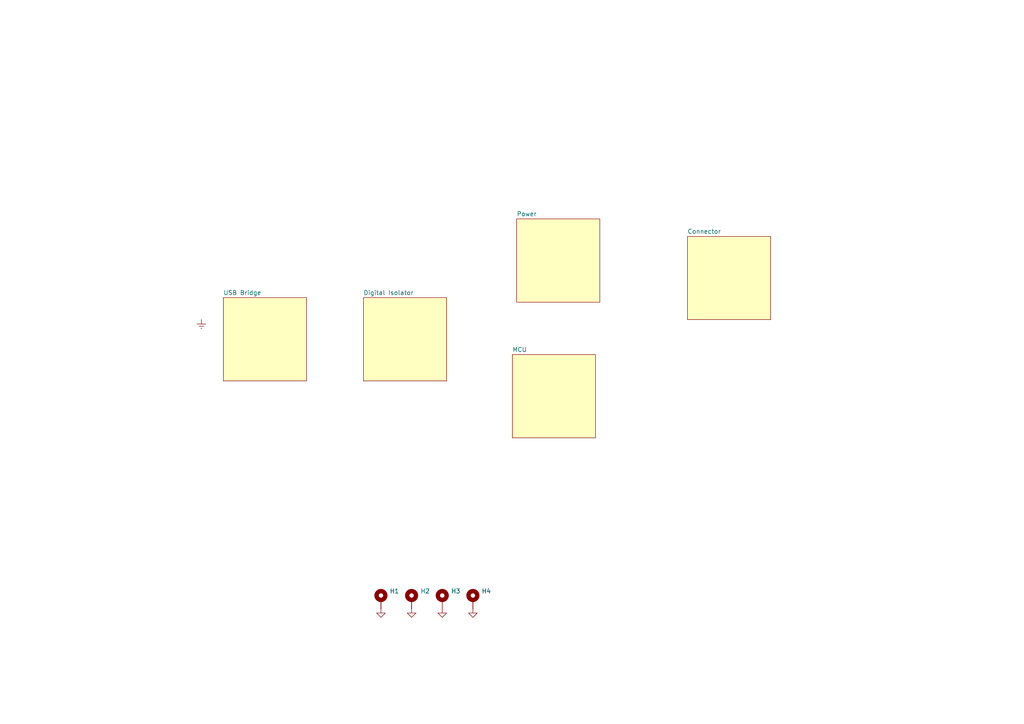
<source format=kicad_sch>
(kicad_sch (version 20231120) (generator "eeschema") (generator_version "8.0")
  (paper "A4")
  (lib_symbols
    (symbol "Mechanical:MountingHole_Pad" (pin_numbers hide) (pin_names (offset 1.016) hide) (exclude_from_sim yes) (in_bom no)
      (property "Reference" "H" (at 0 6.35 0))
      (property "Value" "MountingHole_Pad" (at 0 4.445 0))
      (symbol "MountingHole_Pad_0_1"
        (circle (center 0 1.27) (radius 1.27) (stroke (width 1.27)))
      )
      (symbol "MountingHole_Pad_1_1"
        (pin input line (at 0 -2.54 90) (length 2.54) (name "1") (number "1"))
      )
    )
    (symbol "power:GND" (power) (pin_numbers hide) (pin_names (offset 0) hide)
      (property "Value" "GND" (at 0 -3.81 0))
      (symbol "GND_0_1"
        (polyline (pts (xy 0 0) (xy 0 -1.27) (xy 1.27 -1.27) (xy 0 -2.54) (xy -1.27 -1.27) (xy 0 -1.27)))
      )
      (symbol "GND_1_1"
        (pin power_in line (at 0 0 270) (length 0) (name "~") (number "1"))
      )
    )
    (symbol "power:GNDREF" (power) (pin_numbers hide) (pin_names (offset 0) hide)
      (property "Value" "GNDREF" (at 0 -3.81 0))
      (symbol "GNDREF_0_1"
        (polyline (pts (xy -0.635 -1.905) (xy 0.635 -1.905)))
        (polyline (pts (xy -0.127 -2.54) (xy 0.127 -2.54)))
        (polyline (pts (xy 0 -1.27) (xy 0 0)))
        (polyline (pts (xy 1.27 -1.27) (xy -1.27 -1.27)))
      )
      (symbol "GNDREF_1_1"
        (pin power_in line (at 0 0 270) (length 0) (name "~") (number "1"))
      )
    )
  )
  (symbol (lib_id "power:GND") (at 119.38 176.53 0) (unit 1)
    (property "Reference" "#PWR04" (effects (hide yes)))
    (property "Value" "GND" (effects (hide yes)))
    (property "Description" "Power symbol creates a global label with name \"GND\" , ground" (effects (hide yes)))
  )
  (symbol (lib_id "Mechanical:MountingHole_Pad") (at 128.27 173.99 0) (unit 1) (exclude_from_sim yes) (in_bom no)
    (property "Reference" "H3" (at 130.81 171.4499 0) (effects (justify left)))
    (property "Value" "MountingHole_Pad" (effects (hide yes)))
    (property "Footprint" "MountingHole:MountingHole_3.2mm_M3_Pad_Via" (effects (hide yes)))
    (property "Description" "Mounting Hole with connection" (effects (hide yes)))
  )
  (symbol (lib_id "Mechanical:MountingHole_Pad") (at 110.49 173.99 0) (unit 1) (exclude_from_sim yes) (in_bom no)
    (property "Reference" "H1" (at 113.03 171.4499 0) (effects (justify left)))
    (property "Value" "MountingHole_Pad" (effects (hide yes)))
    (property "Footprint" "MountingHole:MountingHole_3.2mm_M3_Pad_Via" (effects (hide yes)))
    (property "Description" "Mounting Hole with connection" (effects (hide yes)))
  )
  (symbol (lib_id "power:GND") (at 137.16 176.53 0) (unit 1)
    (property "Reference" "#PWR06" (effects (hide yes)))
    (property "Value" "GND" (effects (hide yes)))
    (property "Description" "Power symbol creates a global label with name \"GND\" , ground" (effects (hide yes)))
  )
  (symbol (lib_id "Mechanical:MountingHole_Pad") (at 119.38 173.99 0) (unit 1) (exclude_from_sim yes) (in_bom no)
    (property "Reference" "H2" (at 121.92 171.4499 0) (effects (justify left)))
    (property "Value" "MountingHole_Pad" (effects (hide yes)))
    (property "Footprint" "MountingHole:MountingHole_3.2mm_M3_Pad_Via" (effects (hide yes)))
    (property "Description" "Mounting Hole with connection" (effects (hide yes)))
  )
  (symbol (lib_id "Mechanical:MountingHole_Pad") (at 137.16 173.99 0) (unit 1) (exclude_from_sim yes) (in_bom no)
    (property "Reference" "H4" (at 139.7 171.4499 0) (effects (justify left)))
    (property "Value" "MountingHole_Pad" (effects (hide yes)))
    (property "Footprint" "MountingHole:MountingHole_3.2mm_M3_Pad_Via" (effects (hide yes)))
    (property "Description" "Mounting Hole with connection" (effects (hide yes)))
  )
  (symbol (lib_id "power:GND") (at 128.27 176.53 0) (unit 1)
    (property "Reference" "#PWR05" (effects (hide yes)))
    (property "Value" "GND" (effects (hide yes)))
    (property "Description" "Power symbol creates a global label with name \"GND\" , ground" (effects (hide yes)))
  )
  (symbol (lib_id "power:GNDREF") (at 58.42 92.71 0) (unit 1)
    (property "Reference" "#PWR01" (effects (hide yes)))
    (property "Value" "GNDREF" (effects (hide yes)))
    (property "Description" "Power symbol creates a global label with name \"GNDREF\" , reference supply ground" (effects (hide yes)))
  )
  (symbol (lib_id "power:GND") (at 110.49 176.53 0) (unit 1)
    (property "Reference" "#PWR03" (effects (hide yes)))
    (property "Value" "GND" (effects (hide yes)))
    (property "Description" "Power symbol creates a global label with name \"GND\" , ground" (effects (hide yes)))
  )
  (sheet (at 148.59 102.87) (size 24.13 24.13) (stroke (width 0.1524)) (fill (color 255 255 194 1.0000))
    (property "Sheetname" "MCU" (at 148.59 102.1584 0) (effects (justify left bottom)))
    (property "Sheetfile" "mcu.kicad_sch" (effects (hide yes)))
  )
  (sheet (at 64.77 86.36) (size 24.13 24.13) (stroke (width 0.1524)) (fill (color 255 255 194 1.0000))
    (property "Sheetname" "USB Bridge" (at 64.77 85.6484 0) (effects (justify left bottom)))
    (property "Sheetfile" "usb_bridge.kicad_sch" (effects (hide yes)))
  )
  (sheet (at 105.41 86.36) (size 24.13 24.13) (stroke (width 0.1524)) (fill (color 255 255 194 1.0000))
    (property "Sheetname" "Digital Isolator" (at 105.41 85.6484 0) (effects (justify left bottom)))
    (property "Sheetfile" "digital_isolator.kicad_sch" (effects (hide yes)))
  )
  (sheet (at 149.86 63.5) (size 24.13 24.13) (stroke (width 0.1524)) (fill (color 255 255 194 1.0000))
    (property "Sheetname" "Power" (at 149.86 62.7884 0) (effects (justify left bottom)))
    (property "Sheetfile" "power.kicad_sch" (effects (hide yes)))
  )
  (sheet (at 199.39 68.58) (size 24.13 24.13) (stroke (width 0.1524)) (fill (color 255 255 194 1.0000))
    (property "Sheetname" "Connector" (at 199.39 67.8684 0) (effects (justify left bottom)))
    (property "Sheetfile" "connector.kicad_sch" (effects (hide yes)))
  )
)
</source>
